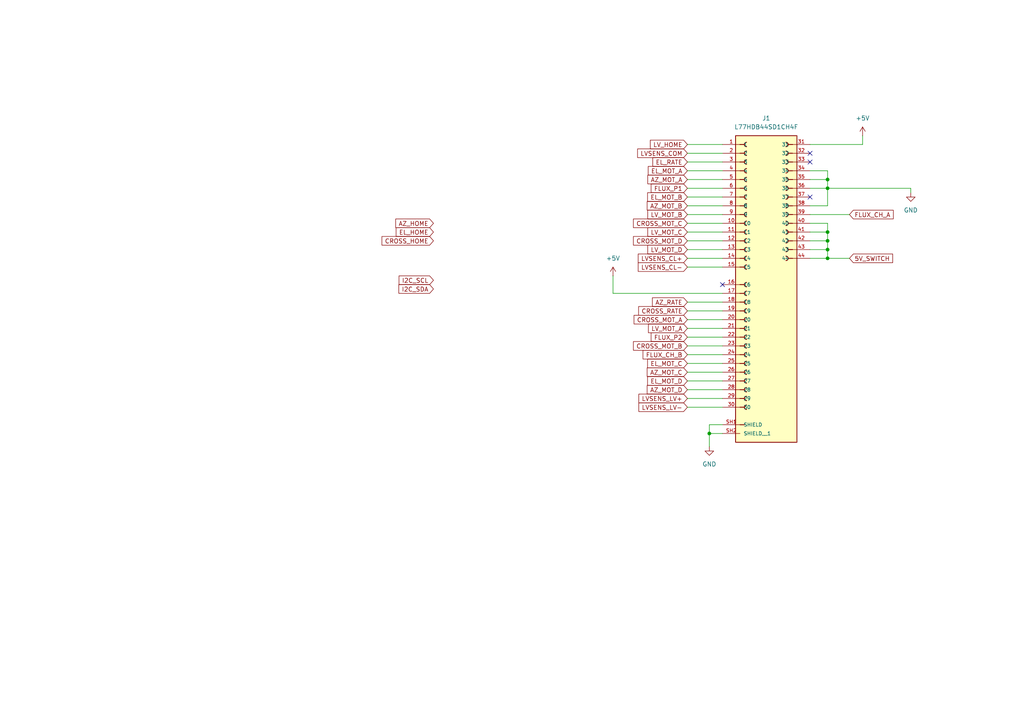
<source format=kicad_sch>
(kicad_sch (version 20250114) (generator "eeschema") (generator_version "9.0")
  (paper "A4")
  (lib_symbols
    (symbol "L77HDB44SD1CH4F:L77HDB44SD1CH4F" (pin_names (offset 1.016))
      (property "Reference" "J" (at -7.62 43.942 0))
      (property "Value" "L77HDB44SD1CH4F" (at -7.62 -48.26 0))
      (symbol "L77HDB44SD1CH4F_0_0"
        (rectangle (start -8.89 -45.72) (end 8.89 43.18) (stroke (width 0.254)) (fill (type background)))
        (polyline (pts (xy -7.62 40.64) (xy -6.35 40.64)) (stroke (width 0.254)))
        (polyline (pts (xy -7.62 38.1) (xy -6.35 38.1)) (stroke (width 0.254)))
        (polyline (pts (xy -7.62 35.56) (xy -6.35 35.56)) (stroke (width 0.254)))
        (polyline (pts (xy -7.62 33.02) (xy -6.35 33.02)) (stroke (width 0.254)))
        (polyline (pts (xy -7.62 30.48) (xy -6.35 30.48)) (stroke (width 0.254)))
        (polyline (pts (xy -7.62 27.94) (xy -6.35 27.94)) (stroke (width 0.254)))
        (polyline (pts (xy -7.62 25.4) (xy -6.35 25.4)) (stroke (width 0.254)))
        (polyline (pts (xy -7.62 22.86) (xy -6.35 22.86)) (stroke (width 0.254)))
        (polyline (pts (xy -7.62 20.32) (xy -6.35 20.32)) (stroke (width 0.254)))
        (polyline (pts (xy -7.62 17.78) (xy -6.35 17.78)) (stroke (width 0.254)))
        (polyline (pts (xy -7.62 15.24) (xy -6.35 15.24)) (stroke (width 0.254)))
        (polyline (pts (xy -7.62 12.7) (xy -6.35 12.7)) (stroke (width 0.254)))
        (polyline (pts (xy -7.62 10.16) (xy -6.35 10.16)) (stroke (width 0.254)))
        (polyline (pts (xy -7.62 7.62) (xy -6.35 7.62)) (stroke (width 0.254)))
        (polyline (pts (xy -7.62 5.08) (xy -6.35 5.08)) (stroke (width 0.254)))
        (polyline (pts (xy -7.62 0) (xy -6.35 0)) (stroke (width 0.254)))
        (polyline (pts (xy -7.62 -2.54) (xy -6.35 -2.54)) (stroke (width 0.254)))
        (polyline (pts (xy -7.62 -5.08) (xy -6.35 -5.08)) (stroke (width 0.254)))
        (polyline (pts (xy -7.62 -7.62) (xy -6.35 -7.62)) (stroke (width 0.254)))
        (polyline (pts (xy -7.62 -10.16) (xy -6.35 -10.16)) (stroke (width 0.254)))
        (polyline (pts (xy -7.62 -12.7) (xy -6.35 -12.7)) (stroke (width 0.254)))
        (polyline (pts (xy -7.62 -15.24) (xy -6.35 -15.24)) (stroke (width 0.254)))
        (polyline (pts (xy -7.62 -17.78) (xy -6.35 -17.78)) (stroke (width 0.254)))
        (polyline (pts (xy -7.62 -20.32) (xy -6.35 -20.32)) (stroke (width 0.254)))
        (polyline (pts (xy -7.62 -22.86) (xy -6.35 -22.86)) (stroke (width 0.254)))
        (polyline (pts (xy -7.62 -25.4) (xy -6.35 -25.4)) (stroke (width 0.254)))
        (polyline (pts (xy -7.62 -27.94) (xy -6.35 -27.94)) (stroke (width 0.254)))
        (polyline (pts (xy -7.62 -30.48) (xy -6.35 -30.48)) (stroke (width 0.254)))
        (polyline (pts (xy -7.62 -33.02) (xy -6.35 -33.02)) (stroke (width 0.254)))
        (polyline (pts (xy -7.62 -35.56) (xy -6.35 -35.56)) (stroke (width 0.254)))
        (polyline (pts (xy -7.62 -40.64) (xy -6.35 -40.64)) (stroke (width 0.254)))
        (arc (start -5.715 40.005) (mid -6.3472 40.64) (end -5.715 41.275) (stroke (width 0.254)))
        (arc (start -5.715 37.465) (mid -6.3472 38.1) (end -5.715 38.735) (stroke (width 0.254)))
        (arc (start -5.715 34.925) (mid -6.3472 35.56) (end -5.715 36.195) (stroke (width 0.254)))
        (arc (start -5.715 32.385) (mid -6.3472 33.02) (end -5.715 33.655) (stroke (width 0.254)))
        (arc (start -5.715 29.845) (mid -6.3472 30.48) (end -5.715 31.115) (stroke (width 0.254)))
        (arc (start -5.715 27.305) (mid -6.3472 27.94) (end -5.715 28.575) (stroke (width 0.254)))
        (arc (start -5.715 24.765) (mid -6.3472 25.4) (end -5.715 26.035) (stroke (width 0.254)))
        (arc (start -5.715 22.225) (mid -6.3472 22.86) (end -5.715 23.495) (stroke (width 0.254)))
        (arc (start -5.715 19.685) (mid -6.3472 20.32) (end -5.715 20.955) (stroke (width 0.254)))
        (arc (start -5.715 17.145) (mid -6.3472 17.78) (end -5.715 18.415) (stroke (width 0.254)))
        (arc (start -5.715 14.605) (mid -6.3472 15.24) (end -5.715 15.875) (stroke (width 0.254)))
        (arc (start -5.715 12.065) (mid -6.3472 12.7) (end -5.715 13.335) (stroke (width 0.254)))
        (arc (start -5.715 9.525) (mid -6.3472 10.16) (end -5.715 10.795) (stroke (width 0.254)))
        (arc (start -5.715 6.985) (mid -6.3472 7.62) (end -5.715 8.255) (stroke (width 0.254)))
        (arc (start -5.715 4.445) (mid -6.3472 5.08) (end -5.715 5.715) (stroke (width 0.254)))
        (arc (start -5.715 -0.635) (mid -6.3472 0) (end -5.715 0.635) (stroke (width 0.254)))
        (arc (start -5.715 -3.175) (mid -6.3472 -2.54) (end -5.715 -1.905) (stroke (width 0.254)))
        (arc (start -5.715 -5.715) (mid -6.3472 -5.08) (end -5.715 -4.445) (stroke (width 0.254)))
        (arc (start -5.715 -8.255) (mid -6.3472 -7.62) (end -5.715 -6.985) (stroke (width 0.254)))
        (arc (start -5.715 -10.795) (mid -6.3472 -10.16) (end -5.715 -9.525) (stroke (width 0.254)))
        (arc (start -5.715 -13.335) (mid -6.3472 -12.7) (end -5.715 -12.065) (stroke (width 0.254)))
        (arc (start -5.715 -15.875) (mid -6.3472 -15.24) (end -5.715 -14.605) (stroke (width 0.254)))
        (arc (start -5.715 -18.415) (mid -6.3472 -17.78) (end -5.715 -17.145) (stroke (width 0.254)))
        (arc (start -5.715 -20.955) (mid -6.3472 -20.32) (end -5.715 -19.685) (stroke (width 0.254)))
        (arc (start -5.715 -23.495) (mid -6.3472 -22.86) (end -5.715 -22.225) (stroke (width 0.254)))
        (arc (start -5.715 -26.035) (mid -6.3472 -25.4) (end -5.715 -24.765) (stroke (width 0.254)))
        (arc (start -5.715 -28.575) (mid -6.3472 -27.94) (end -5.715 -27.305) (stroke (width 0.254)))
        (arc (start -5.715 -31.115) (mid -6.3472 -30.48) (end -5.715 -29.845) (stroke (width 0.254)))
        (arc (start -5.715 -33.655) (mid -6.3472 -33.02) (end -5.715 -32.385) (stroke (width 0.254)))
        (arc (start -5.715 -36.195) (mid -6.3472 -35.56) (end -5.715 -34.925) (stroke (width 0.254)))
        (arc (start 5.715 41.275) (mid 6.3472 40.64) (end 5.715 40.005) (stroke (width 0.254)))
        (arc (start 5.715 38.735) (mid 6.3472 38.1) (end 5.715 37.465) (stroke (width 0.254)))
        (arc (start 5.715 36.195) (mid 6.3472 35.56) (end 5.715 34.925) (stroke (width 0.254)))
        (arc (start 5.715 33.655) (mid 6.3472 33.02) (end 5.715 32.385) (stroke (width 0.254)))
        (arc (start 5.715 31.115) (mid 6.3472 30.48) (end 5.715 29.845) (stroke (width 0.254)))
        (arc (start 5.715 28.575) (mid 6.3472 27.94) (end 5.715 27.305) (stroke (width 0.254)))
        (arc (start 5.715 26.035) (mid 6.3472 25.4) (end 5.715 24.765) (stroke (width 0.254)))
        (arc (start 5.715 23.495) (mid 6.3472 22.86) (end 5.715 22.225) (stroke (width 0.254)))
        (arc (start 5.715 20.955) (mid 6.3472 20.32) (end 5.715 19.685) (stroke (width 0.254)))
        (arc (start 5.715 18.415) (mid 6.3472 17.78) (end 5.715 17.145) (stroke (width 0.254)))
        (arc (start 5.715 15.875) (mid 6.3472 15.24) (end 5.715 14.605) (stroke (width 0.254)))
        (arc (start 5.715 13.335) (mid 6.3472 12.7) (end 5.715 12.065) (stroke (width 0.254)))
        (arc (start 5.715 10.795) (mid 6.3472 10.16) (end 5.715 9.525) (stroke (width 0.254)))
        (arc (start 5.715 8.255) (mid 6.3472 7.62) (end 5.715 6.985) (stroke (width 0.254)))
        (polyline (pts (xy 7.62 40.64) (xy 6.35 40.64)) (stroke (width 0.254)))
        (polyline (pts (xy 7.62 38.1) (xy 6.35 38.1)) (stroke (width 0.254)))
        (polyline (pts (xy 7.62 35.56) (xy 6.35 35.56)) (stroke (width 0.254)))
        (polyline (pts (xy 7.62 33.02) (xy 6.35 33.02)) (stroke (width 0.254)))
        (polyline (pts (xy 7.62 30.48) (xy 6.35 30.48)) (stroke (width 0.254)))
        (polyline (pts (xy 7.62 27.94) (xy 6.35 27.94)) (stroke (width 0.254)))
        (polyline (pts (xy 7.62 25.4) (xy 6.35 25.4)) (stroke (width 0.254)))
        (polyline (pts (xy 7.62 22.86) (xy 6.35 22.86)) (stroke (width 0.254)))
        (polyline (pts (xy 7.62 20.32) (xy 6.35 20.32)) (stroke (width 0.254)))
        (polyline (pts (xy 7.62 17.78) (xy 6.35 17.78)) (stroke (width 0.254)))
        (polyline (pts (xy 7.62 15.24) (xy 6.35 15.24)) (stroke (width 0.254)))
        (polyline (pts (xy 7.62 12.7) (xy 6.35 12.7)) (stroke (width 0.254)))
        (polyline (pts (xy 7.62 10.16) (xy 6.35 10.16)) (stroke (width 0.254)))
        (polyline (pts (xy 7.62 7.62) (xy 6.35 7.62)) (stroke (width 0.254)))
        (pin passive line (at -12.7 40.64 0) (length 5.08) (name "1") (number "1"))
        (pin passive line (at -12.7 38.1 0) (length 5.08) (name "2") (number "2"))
        (pin passive line (at -12.7 35.56 0) (length 5.08) (name "3") (number "3"))
        (pin passive line (at -12.7 33.02 0) (length 5.08) (name "4") (number "4"))
        (pin passive line (at -12.7 30.48 0) (length 5.08) (name "5") (number "5"))
        (pin passive line (at -12.7 27.94 0) (length 5.08) (name "6") (number "6"))
        (pin passive line (at -12.7 25.4 0) (length 5.08) (name "7") (number "7"))
        (pin passive line (at -12.7 22.86 0) (length 5.08) (name "8") (number "8"))
        (pin passive line (at -12.7 20.32 0) (length 5.08) (name "9") (number "9"))
        (pin passive line (at -12.7 17.78 0) (length 5.08) (name "10") (number "10"))
        (pin passive line (at -12.7 15.24 0) (length 5.08) (name "11") (number "11"))
        (pin passive line (at -12.7 12.7 0) (length 5.08) (name "12") (number "12"))
        (pin passive line (at -12.7 10.16 0) (length 5.08) (name "13") (number "13"))
        (pin passive line (at -12.7 7.62 0) (length 5.08) (name "14") (number "14"))
        (pin passive line (at -12.7 5.08 0) (length 5.08) (name "15") (number "15"))
        (pin passive line (at -12.7 0 0) (length 5.08) (name "16") (number "16"))
        (pin passive line (at -12.7 -2.54 0) (length 5.08) (name "17") (number "17"))
        (pin passive line (at -12.7 -5.08 0) (length 5.08) (name "18") (number "18"))
        (pin passive line (at -12.7 -7.62 0) (length 5.08) (name "19") (number "19"))
        (pin passive line (at -12.7 -10.16 0) (length 5.08) (name "20") (number "20"))
        (pin passive line (at -12.7 -12.7 0) (length 5.08) (name "21") (number "21"))
        (pin passive line (at -12.7 -15.24 0) (length 5.08) (name "22") (number "22"))
        (pin passive line (at -12.7 -17.78 0) (length 5.08) (name "23") (number "23"))
        (pin passive line (at -12.7 -20.32 0) (length 5.08) (name "24") (number "24"))
        (pin passive line (at -12.7 -22.86 0) (length 5.08) (name "25") (number "25"))
        (pin passive line (at -12.7 -25.4 0) (length 5.08) (name "26") (number "26"))
        (pin passive line (at -12.7 -27.94 0) (length 5.08) (name "27") (number "27"))
        (pin passive line (at -12.7 -30.48 0) (length 5.08) (name "28") (number "28"))
        (pin passive line (at -12.7 -33.02 0) (length 5.08) (name "29") (number "29"))
        (pin passive line (at -12.7 -35.56 0) (length 5.08) (name "30") (number "30"))
        (pin passive line (at -12.7 -40.64 0) (length 5.08) (name "SHIELD") (number "SH1"))
        (pin passive line (at -12.7 -43.18 0) (length 5.08) (name "SHIELD__1") (number "SH2"))
        (pin passive line (at 12.7 40.64 180) (length 5.08) (name "31") (number "31"))
        (pin passive line (at 12.7 38.1 180) (length 5.08) (name "32") (number "32"))
        (pin passive line (at 12.7 35.56 180) (length 5.08) (name "33") (number "33"))
        (pin passive line (at 12.7 33.02 180) (length 5.08) (name "34") (number "34"))
        (pin passive line (at 12.7 30.48 180) (length 5.08) (name "35") (number "35"))
        (pin passive line (at 12.7 27.94 180) (length 5.08) (name "36") (number "36"))
        (pin passive line (at 12.7 25.4 180) (length 5.08) (name "37") (number "37"))
        (pin passive line (at 12.7 22.86 180) (length 5.08) (name "38") (number "38"))
        (pin passive line (at 12.7 20.32 180) (length 5.08) (name "39") (number "39"))
        (pin passive line (at 12.7 17.78 180) (length 5.08) (name "40") (number "40"))
        (pin passive line (at 12.7 15.24 180) (length 5.08) (name "41") (number "41"))
        (pin passive line (at 12.7 12.7 180) (length 5.08) (name "42") (number "42"))
        (pin passive line (at 12.7 10.16 180) (length 5.08) (name "43") (number "43"))
        (pin passive line (at 12.7 7.62 180) (length 5.08) (name "44") (number "44"))
      )
    )
    (symbol "power:+5V" (power) (pin_numbers (hide yes)) (pin_names (offset 0) (hide yes))
      (property "Value" "+5V" (at 0 3.556 0))
      (symbol "+5V_0_1"
        (polyline (pts (xy -0.762 1.27) (xy 0 2.54)))
        (polyline (pts (xy 0 2.54) (xy 0.762 1.27)))
        (polyline (pts (xy 0 0) (xy 0 2.54)))
      )
      (symbol "+5V_1_1"
        (pin power_in line (at 0 0 90) (length 0) (name "~") (number "1"))
      )
    )
    (symbol "power:GND" (power) (pin_numbers (hide yes)) (pin_names (offset 0) (hide yes))
      (property "Value" "GND" (at 0 -3.81 0))
      (symbol "GND_0_1"
        (polyline (pts (xy 0 0) (xy 0 -1.27) (xy 1.27 -1.27) (xy 0 -2.54) (xy -1.27 -1.27) (xy 0 -1.27)))
      )
      (symbol "GND_1_1"
        (pin power_in line (at 0 0 270) (length 0) (name "~") (number "1"))
      )
    )
  )
  (junction (at 240.03 54.61))
  (junction (at 240.03 52.07))
  (junction (at 240.03 72.39))
  (junction (at 240.03 67.31))
  (junction (at 240.03 69.85))
  (junction (at 240.03 74.93))
  (junction (at 205.74 125.73))
  (no_connect (at 234.95 46.99))
  (no_connect (at 234.95 57.15))
  (no_connect (at 209.55 82.55))
  (no_connect (at 234.95 44.45))
  (wire (pts (xy 199.39 52.07) (xy 209.55 52.07)))
  (wire (pts (xy 199.39 107.95) (xy 209.55 107.95)))
  (wire (pts (xy 199.39 97.79) (xy 209.55 97.79)))
  (wire (pts (xy 199.39 100.33) (xy 209.55 100.33)))
  (wire (pts (xy 199.39 95.25) (xy 209.55 95.25)))
  (wire (pts (xy 240.03 67.31) (xy 240.03 69.85)))
  (wire (pts (xy 199.39 41.91) (xy 209.55 41.91)))
  (wire (pts (xy 199.39 110.49) (xy 209.55 110.49)))
  (wire (pts (xy 199.39 59.69) (xy 209.55 59.69)))
  (wire (pts (xy 240.03 54.61) (xy 264.16 54.61)))
  (wire (pts (xy 199.39 44.45) (xy 209.55 44.45)))
  (wire (pts (xy 199.39 67.31) (xy 209.55 67.31)))
  (wire (pts (xy 199.39 105.41) (xy 209.55 105.41)))
  (wire (pts (xy 205.74 125.73) (xy 205.74 129.54)))
  (wire (pts (xy 199.39 72.39) (xy 209.55 72.39)))
  (wire (pts (xy 199.39 87.63) (xy 209.55 87.63)))
  (wire (pts (xy 234.95 62.23) (xy 246.38 62.23)))
  (wire (pts (xy 199.39 54.61) (xy 209.55 54.61)))
  (wire (pts (xy 199.39 57.15) (xy 209.55 57.15)))
  (wire (pts (xy 240.03 54.61) (xy 234.95 54.61)))
  (wire (pts (xy 177.8 80.01) (xy 177.8 85.09)))
  (wire (pts (xy 199.39 74.93) (xy 209.55 74.93)))
  (wire (pts (xy 199.39 118.11) (xy 209.55 118.11)))
  (wire (pts (xy 234.95 69.85) (xy 240.03 69.85)))
  (wire (pts (xy 199.39 64.77) (xy 209.55 64.77)))
  (wire (pts (xy 199.39 46.99) (xy 209.55 46.99)))
  (wire (pts (xy 199.39 62.23) (xy 209.55 62.23)))
  (wire (pts (xy 205.74 123.19) (xy 205.74 125.73)))
  (wire (pts (xy 240.03 69.85) (xy 240.03 72.39)))
  (wire (pts (xy 209.55 123.19) (xy 205.74 123.19)))
  (wire (pts (xy 240.03 49.53) (xy 240.03 52.07)))
  (wire (pts (xy 240.03 74.93) (xy 246.38 74.93)))
  (wire (pts (xy 199.39 115.57) (xy 209.55 115.57)))
  (wire (pts (xy 199.39 113.03) (xy 209.55 113.03)))
  (wire (pts (xy 199.39 69.85) (xy 209.55 69.85)))
  (wire (pts (xy 199.39 49.53) (xy 209.55 49.53)))
  (wire (pts (xy 199.39 90.17) (xy 209.55 90.17)))
  (wire (pts (xy 234.95 72.39) (xy 240.03 72.39)))
  (wire (pts (xy 240.03 64.77) (xy 240.03 67.31)))
  (wire (pts (xy 264.16 55.88) (xy 264.16 54.61)))
  (wire (pts (xy 234.95 49.53) (xy 240.03 49.53)))
  (wire (pts (xy 240.03 74.93) (xy 234.95 74.93)))
  (wire (pts (xy 234.95 67.31) (xy 240.03 67.31)))
  (wire (pts (xy 234.95 41.91) (xy 250.19 41.91)))
  (wire (pts (xy 240.03 52.07) (xy 240.03 54.61)))
  (wire (pts (xy 234.95 59.69) (xy 240.03 59.69)))
  (wire (pts (xy 199.39 77.47) (xy 209.55 77.47)))
  (wire (pts (xy 234.95 52.07) (xy 240.03 52.07)))
  (wire (pts (xy 177.8 85.09) (xy 209.55 85.09)))
  (wire (pts (xy 234.95 64.77) (xy 240.03 64.77)))
  (wire (pts (xy 199.39 92.71) (xy 209.55 92.71)))
  (wire (pts (xy 209.55 125.73) (xy 205.74 125.73)))
  (wire (pts (xy 199.39 102.87) (xy 209.55 102.87)))
  (wire (pts (xy 240.03 59.69) (xy 240.03 54.61)))
  (wire (pts (xy 250.19 41.91) (xy 250.19 39.37)))
  (wire (pts (xy 240.03 72.39) (xy 240.03 74.93)))
  (global_label "EL_MOT_C" (shape input) (at 199.39 105.41 180) (property "Intersheetrefs" "${INTERSHEET_REFS}" (effects (hide yes))))
  (global_label "CROSS_MOT_B" (shape input) (at 199.39 100.33 180) (property "Intersheetrefs" "${INTERSHEET_REFS}" (effects (hide yes))))
  (global_label "LV_HOME" (shape input) (at 199.39 41.91 180) (property "Intersheetrefs" "${INTERSHEET_REFS}" (effects (hide yes))))
  (global_label "AZ_RATE" (shape input) (at 199.39 87.63 180) (property "Intersheetrefs" "${INTERSHEET_REFS}" (effects (hide yes))))
  (global_label "AZ_MOT_D" (shape input) (at 199.39 113.03 180) (property "Intersheetrefs" "${INTERSHEET_REFS}" (effects (hide yes))))
  (global_label "CROSS_MOT_C" (shape input) (at 199.39 64.77 180) (property "Intersheetrefs" "${INTERSHEET_REFS}" (effects (hide yes))))
  (global_label "EL_MOT_B" (shape input) (at 199.39 57.15 180) (property "Intersheetrefs" "${INTERSHEET_REFS}" (effects (hide yes))))
  (global_label "5V_SWITCH" (shape input) (at 246.38 74.93 0) (property "Intersheetrefs" "${INTERSHEET_REFS}" (effects (hide yes))))
  (global_label "FLUX_P1" (shape input) (at 199.39 54.61 180) (property "Intersheetrefs" "${INTERSHEET_REFS}" (effects (hide yes))))
  (global_label "LVSENS_CL+" (shape input) (at 199.39 74.93 180) (property "Intersheetrefs" "${INTERSHEET_REFS}" (effects (hide yes))))
  (global_label "FLUX_CH_A" (shape input) (at 246.38 62.23 0) (property "Intersheetrefs" "${INTERSHEET_REFS}" (effects (hide yes))))
  (global_label "AZ_HOME" (shape input) (at 125.73 64.77 180) (property "Intersheetrefs" "${INTERSHEET_REFS}" (effects (hide yes))))
  (global_label "CROSS_HOME" (shape input) (at 125.73 69.85 180) (property "Intersheetrefs" "${INTERSHEET_REFS}" (effects (hide yes))))
  (global_label "CROSS_MOT_D" (shape input) (at 199.39 69.85 180) (property "Intersheetrefs" "${INTERSHEET_REFS}" (effects (hide yes))))
  (global_label "EL_RATE" (shape input) (at 199.39 46.99 180) (property "Intersheetrefs" "${INTERSHEET_REFS}" (effects (hide yes))))
  (global_label "I2C_SCL" (shape input) (at 125.73 81.28 180) (property "Intersheetrefs" "${INTERSHEET_REFS}" (effects (hide yes))))
  (global_label "EL_MOT_A" (shape input) (at 199.39 49.53 180) (property "Intersheetrefs" "${INTERSHEET_REFS}" (effects (hide yes))))
  (global_label "I2C_SDA" (shape input) (at 125.73 83.82 180) (property "Intersheetrefs" "${INTERSHEET_REFS}" (effects (hide yes))))
  (global_label "EL_HOME" (shape input) (at 125.73 67.31 180) (property "Intersheetrefs" "${INTERSHEET_REFS}" (effects (hide yes))))
  (global_label "CROSS_MOT_A" (shape input) (at 199.39 92.71 180) (property "Intersheetrefs" "${INTERSHEET_REFS}" (effects (hide yes))))
  (global_label "LV_MOT_C" (shape input) (at 199.39 67.31 180) (property "Intersheetrefs" "${INTERSHEET_REFS}" (effects (hide yes))))
  (global_label "LV_MOT_A" (shape input) (at 199.39 95.25 180) (property "Intersheetrefs" "${INTERSHEET_REFS}" (effects (hide yes))))
  (global_label "LVSENS_LV+" (shape input) (at 199.39 115.57 180) (property "Intersheetrefs" "${INTERSHEET_REFS}" (effects (hide yes))))
  (global_label "FLUX_CH_B" (shape input) (at 199.39 102.87 180) (property "Intersheetrefs" "${INTERSHEET_REFS}" (effects (hide yes))))
  (global_label "LV_MOT_D" (shape input) (at 199.39 72.39 180) (property "Intersheetrefs" "${INTERSHEET_REFS}" (effects (hide yes))))
  (global_label "AZ_MOT_A" (shape input) (at 199.39 52.07 180) (property "Intersheetrefs" "${INTERSHEET_REFS}" (effects (hide yes))))
  (global_label "AZ_MOT_B" (shape input) (at 199.39 59.69 180) (property "Intersheetrefs" "${INTERSHEET_REFS}" (effects (hide yes))))
  (global_label "LV_MOT_B" (shape input) (at 199.39 62.23 180) (property "Intersheetrefs" "${INTERSHEET_REFS}" (effects (hide yes))))
  (global_label "FLUX_P2" (shape input) (at 199.39 97.79 180) (property "Intersheetrefs" "${INTERSHEET_REFS}" (effects (hide yes))))
  (global_label "LVSENS_COM" (shape input) (at 199.39 44.45 180) (property "Intersheetrefs" "${INTERSHEET_REFS}" (effects (hide yes))))
  (global_label "EL_MOT_D" (shape input) (at 199.39 110.49 180) (property "Intersheetrefs" "${INTERSHEET_REFS}" (effects (hide yes))))
  (global_label "CROSS_RATE" (shape input) (at 199.39 90.17 180) (property "Intersheetrefs" "${INTERSHEET_REFS}" (effects (hide yes))))
  (global_label "AZ_MOT_C" (shape input) (at 199.39 107.95 180) (property "Intersheetrefs" "${INTERSHEET_REFS}" (effects (hide yes))))
  (global_label "LVSENS_CL-" (shape input) (at 199.39 77.47 180) (property "Intersheetrefs" "${INTERSHEET_REFS}" (effects (hide yes))))
  (global_label "LVSENS_LV-" (shape input) (at 199.39 118.11 180) (property "Intersheetrefs" "${INTERSHEET_REFS}" (effects (hide yes))))
  (symbol (lib_id "power:+5V") (at 250.19 39.37 0) (unit 1)
    (property "Reference" "#PWR04" (effects (hide yes)))
    (property "Value" "+5V" (at 250.19 34.29 0))
    (property "Description" "Power symbol creates a global label with name \"+5V\"" (effects (hide yes)))
  )
  (symbol (lib_id "power:GND") (at 205.74 129.54 0) (unit 1)
    (property "Reference" "#PWR01" (effects (hide yes)))
    (property "Value" "GND" (at 205.74 134.62 0))
    (property "Description" "Power symbol creates a global label with name \"GND\" , ground" (effects (hide yes)))
  )
  (symbol (lib_id "L77HDB44SD1CH4F:L77HDB44SD1CH4F") (at 222.25 82.55 0) (unit 1)
    (property "Reference" "J1" (at 222.25 34.29 0))
    (property "Value" "L77HDB44SD1CH4F" (at 222.25 36.83 0))
    (property "Footprint" "L77HDB44SD1CH4F:AMPHENOL_L77HDB44SD1CH4F" (effects (hide yes)))
    (property "PARTREV" "2" (effects (hide yes)))
    (property "STANDARD" "Manufacturer Recommendations" (effects (hide yes)))
    (property "MAXIMUM_PACKAGE_HIEGHT" "12.93mm" (effects (hide yes)))
    (property "MANUFACTURER" "Amphenol" (effects (hide yes)))
  )
  (symbol (lib_id "power:+5V") (at 177.8 80.01 0) (unit 1)
    (property "Reference" "#PWR05" (effects (hide yes)))
    (property "Value" "+5V" (at 177.8 74.93 0))
    (property "Description" "Power symbol creates a global label with name \"+5V\"" (effects (hide yes)))
  )
  (symbol (lib_id "power:GND") (at 264.16 55.88 0) (unit 1)
    (property "Reference" "#PWR03" (effects (hide yes)))
    (property "Value" "GND" (at 264.16 60.96 0))
    (property "Description" "Power symbol creates a global label with name \"GND\" , ground" (effects (hide yes)))
  )
)
</source>
